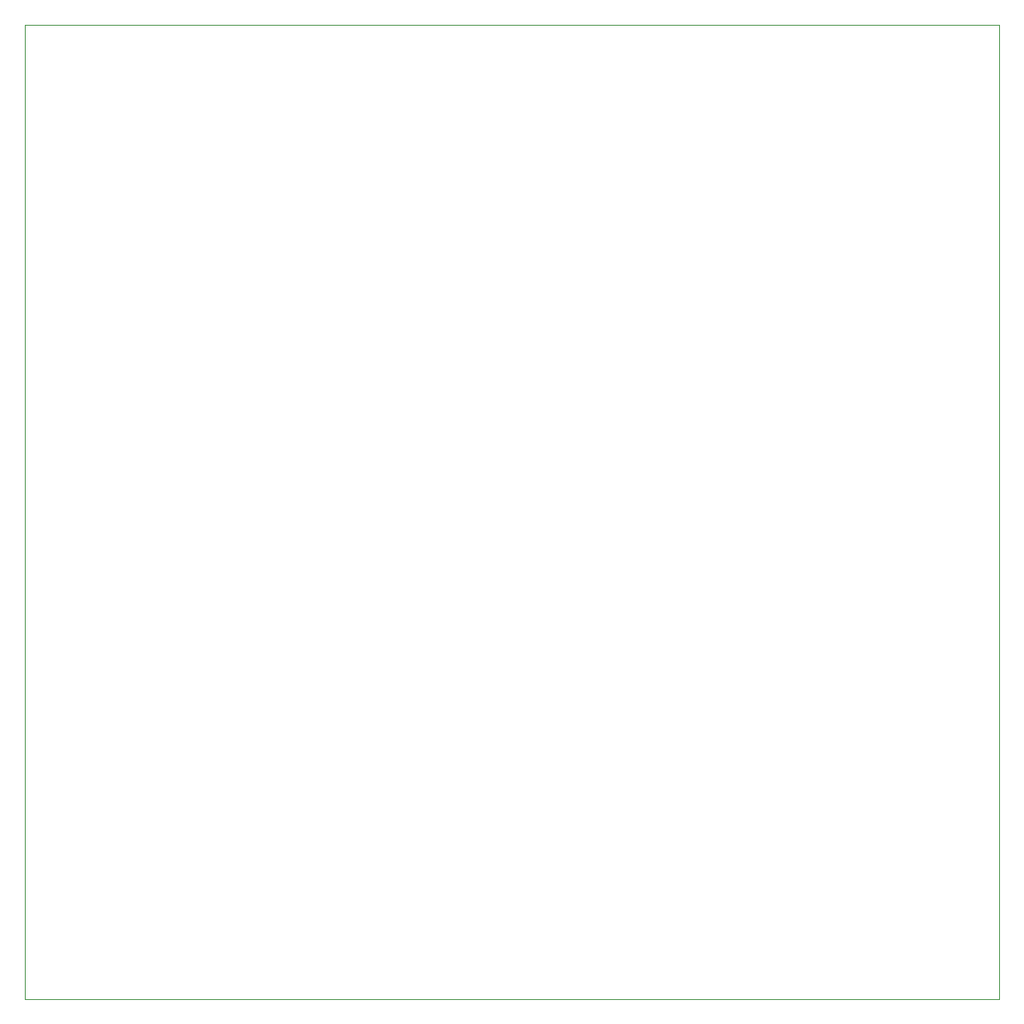
<source format=gbr>
%TF.GenerationSoftware,KiCad,Pcbnew,7.0.7*%
%TF.CreationDate,2024-10-03T14:14:53+02:00*%
%TF.ProjectId,rp2040Term_pcb Version,72703230-3430-4546-9572-6d5f70636220,rev?*%
%TF.SameCoordinates,Original*%
%TF.FileFunction,Profile,NP*%
%FSLAX46Y46*%
G04 Gerber Fmt 4.6, Leading zero omitted, Abs format (unit mm)*
G04 Created by KiCad (PCBNEW 7.0.7) date 2024-10-03 14:14:53*
%MOMM*%
%LPD*%
G01*
G04 APERTURE LIST*
%TA.AperFunction,Profile*%
%ADD10C,0.100000*%
%TD*%
G04 APERTURE END LIST*
D10*
X127254000Y-25146000D02*
X127254000Y-124714000D01*
X27686000Y-124714000D02*
X27686000Y-25146000D01*
X27686000Y-25146000D02*
X127254000Y-25146000D01*
X127254000Y-124714000D02*
X27686000Y-124714000D01*
M02*

</source>
